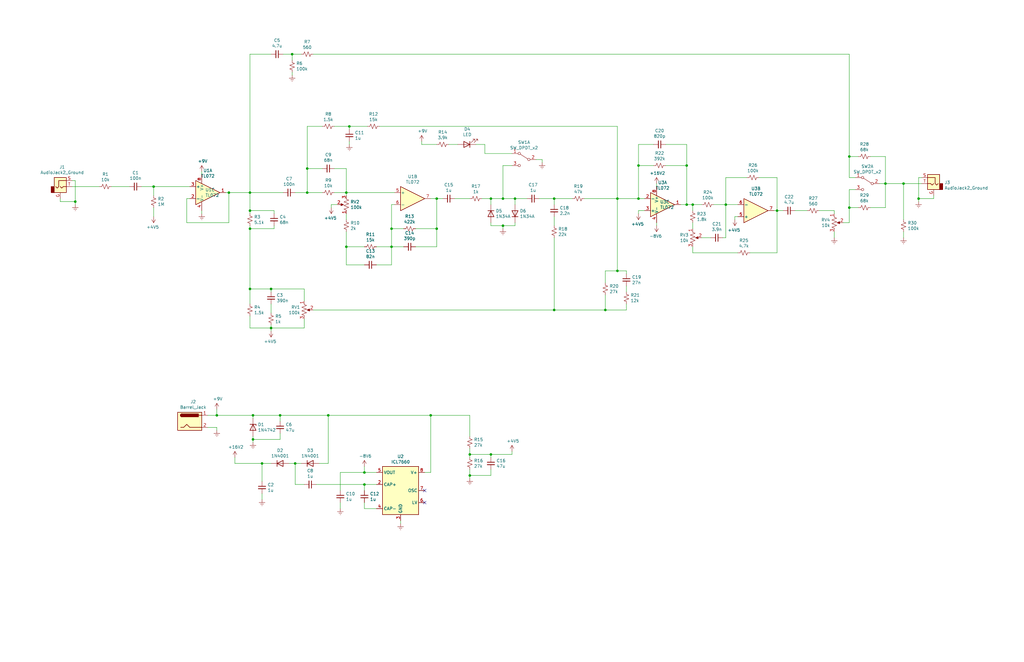
<source format=kicad_sch>
(kicad_sch (version 20211123) (generator eeschema)
  (paper "B")
  (lib_symbols
    (symbol "Amplifier_Operational:TL072" (pin_names (offset 0.127))
      (property "Reference" "U" (at 0 5.08 0))
      (property "Value" "TL072" (at 0 -5.08 0))
      (symbol "TL072_1_1"
        (polyline (pts (xy -5.08 5.08) (xy 5.08 0) (xy -5.08 -5.08) (xy -5.08 5.08)) (stroke (width 0.254)) (fill (type background)))
        (pin output line (at 7.62 0 180) (length 2.54) (name "~") (number "1"))
        (pin input line (at -7.62 -2.54 0) (length 2.54) (name "-") (number "2"))
        (pin input line (at -7.62 2.54 0) (length 2.54) (name "+") (number "3"))
      )
      (symbol "TL072_2_1"
        (polyline (pts (xy -5.08 5.08) (xy 5.08 0) (xy -5.08 -5.08) (xy -5.08 5.08)) (stroke (width 0.254)) (fill (type background)))
        (pin input line (at -7.62 2.54 0) (length 2.54) (name "+") (number "5"))
        (pin input line (at -7.62 -2.54 0) (length 2.54) (name "-") (number "6"))
        (pin output line (at 7.62 0 180) (length 2.54) (name "~") (number "7"))
      )
      (symbol "TL072_3_1"
        (pin power_in line (at -2.54 -7.62 90) (length 3.81) (name "V-") (number "4"))
        (pin power_in line (at -2.54 7.62 270) (length 3.81) (name "V+") (number "8"))
      )
    )
    (symbol "Connector:AudioJack2_Ground"
      (property "Reference" "J" (at 0 8.89 0))
      (property "Value" "AudioJack2_Ground" (at 0 6.35 0))
      (symbol "AudioJack2_Ground_0_1"
        (rectangle (start -2.54 -2.54) (end -3.81 0) (stroke (width 0.254)) (fill (type outline)))
        (polyline (pts (xy 0 0) (xy 0.635 -0.635) (xy 1.27 0) (xy 2.54 0)) (stroke (width 0.254)))
        (polyline (pts (xy 2.54 2.54) (xy -0.635 2.54) (xy -0.635 0) (xy -1.27 -0.635) (xy -1.905 0)) (stroke (width 0.254)))
        (rectangle (start 2.54 3.81) (end -2.54 -2.54) (stroke (width 0.254)) (fill (type background)))
      )
      (symbol "AudioJack2_Ground_1_1"
        (pin passive line (at 0 -5.08 90) (length 2.54) (name "~") (number "G"))
        (pin passive line (at 5.08 2.54 180) (length 2.54) (name "~") (number "S"))
        (pin passive line (at 5.08 0 180) (length 2.54) (name "~") (number "T"))
      )
    )
    (symbol "Connector:Barrel_Jack" (pin_names (offset 1.016))
      (property "Reference" "J" (at 0 5.334 0))
      (property "Value" "Barrel_Jack" (at 0 -5.08 0))
      (symbol "Barrel_Jack_0_1"
        (rectangle (start -5.08 3.81) (end 5.08 -3.81) (stroke (width 0.254)) (fill (type background)))
        (arc (start -3.302 3.175) (mid -3.937 2.54) (end -3.302 1.905) (stroke (width 0.254)))
        (arc (start -3.302 3.175) (mid -3.937 2.54) (end -3.302 1.905) (stroke (width 0.254)) (fill (type outline)))
        (polyline (pts (xy 5.08 2.54) (xy 3.81 2.54)) (stroke (width 0.254)))
        (polyline (pts (xy -3.81 -2.54) (xy -2.54 -2.54) (xy -1.27 -1.27) (xy 0 -2.54) (xy 2.54 -2.54) (xy 5.08 -2.54)) (stroke (width 0.254)))
        (rectangle (start 3.683 3.175) (end -3.302 1.905) (stroke (width 0.254)) (fill (type outline)))
      )
      (symbol "Barrel_Jack_1_1"
        (pin passive line (at 7.62 2.54 180) (length 2.54) (name "~") (number "1"))
        (pin passive line (at 7.62 -2.54 180) (length 2.54) (name "~") (number "2"))
      )
    )
    (symbol "Device:C_Small" (pin_numbers hide) (pin_names (offset 0.254) hide)
      (property "Reference" "C" (at 0.254 1.778 0))
      (property "Value" "C_Small" (at 0.254 -2.032 0))
      (symbol "C_Small_0_1"
        (polyline (pts (xy -1.524 -0.508) (xy 1.524 -0.508)) (stroke (width 0.3302)))
        (polyline (pts (xy -1.524 0.508) (xy 1.524 0.508)) (stroke (width 0.3048)))
      )
      (symbol "C_Small_1_1"
        (pin passive line (at 0 2.54 270) (length 2.032) (name "~") (number "1"))
        (pin passive line (at 0 -2.54 90) (length 2.032) (name "~") (number "2"))
      )
    )
    (symbol "Device:D" (pin_numbers hide) (pin_names (offset 1.016) hide)
      (property "Reference" "D" (at 0 2.54 0))
      (property "Value" "D" (at 0 -2.54 0))
      (symbol "D_0_1"
        (polyline (pts (xy -1.27 1.27) (xy -1.27 -1.27)) (stroke (width 0.254)))
        (polyline (pts (xy 1.27 0) (xy -1.27 0)))
        (polyline (pts (xy 1.27 1.27) (xy 1.27 -1.27) (xy -1.27 0) (xy 1.27 1.27)) (stroke (width 0.254)))
      )
      (symbol "D_1_1"
        (pin passive line (at -3.81 0 0) (length 2.54) (name "K") (number "1"))
        (pin passive line (at 3.81 0 180) (length 2.54) (name "A") (number "2"))
      )
    )
    (symbol "Device:LED" (pin_numbers hide) (pin_names (offset 1.016) hide)
      (property "Reference" "D" (at 0 2.54 0))
      (property "Value" "LED" (at 0 -2.54 0))
      (symbol "LED_0_1"
        (polyline (pts (xy -1.27 -1.27) (xy -1.27 1.27)) (stroke (width 0.254)))
        (polyline (pts (xy -1.27 0) (xy 1.27 0)))
        (polyline (pts (xy 1.27 -1.27) (xy 1.27 1.27) (xy -1.27 0) (xy 1.27 -1.27)) (stroke (width 0.254)))
        (polyline (pts (xy -3.048 -0.762) (xy -4.572 -2.286) (xy -3.81 -2.286) (xy -4.572 -2.286) (xy -4.572 -1.524)))
        (polyline (pts (xy -1.778 -0.762) (xy -3.302 -2.286) (xy -2.54 -2.286) (xy -3.302 -2.286) (xy -3.302 -1.524)))
      )
      (symbol "LED_1_1"
        (pin passive line (at -3.81 0 0) (length 2.54) (name "K") (number "1"))
        (pin passive line (at 3.81 0 180) (length 2.54) (name "A") (number "2"))
      )
    )
    (symbol "Device:R_POT_US" (pin_names (offset 1.016) hide)
      (property "Reference" "RV" (at -4.445 0 90))
      (property "Value" "Device_R_POT_US" (at -2.54 0 90))
      (symbol "R_POT_US_0_1"
        (polyline (pts (xy 0 -2.286) (xy 0 -2.54)))
        (polyline (pts (xy 0 2.54) (xy 0 2.286)))
        (polyline (pts (xy 2.54 0) (xy 1.524 0)))
        (polyline (pts (xy 1.143 0) (xy 2.286 0.508) (xy 2.286 -0.508) (xy 1.143 0)) (fill (type outline)))
        (polyline (pts (xy 0 -0.762) (xy 1.016 -1.143) (xy 0 -1.524) (xy -1.016 -1.905) (xy 0 -2.286)))
        (polyline (pts (xy 0 0.762) (xy 1.016 0.381) (xy 0 0) (xy -1.016 -0.381) (xy 0 -0.762)))
        (polyline (pts (xy 0 2.286) (xy 1.016 1.905) (xy 0 1.524) (xy -1.016 1.143) (xy 0 0.762)))
      )
      (symbol "R_POT_US_1_1"
        (pin passive line (at 0 3.81 270) (length 1.27) (name "1") (number "1"))
        (pin passive line (at 3.81 0 180) (length 1.27) (name "2") (number "2"))
        (pin passive line (at 0 -3.81 90) (length 1.27) (name "3") (number "3"))
      )
    )
    (symbol "Device:R_Small_US" (pin_numbers hide) (pin_names (offset 0.254) hide)
      (property "Reference" "R" (at 0.762 0.508 0))
      (property "Value" "R_Small_US" (at 0.762 -1.016 0))
      (symbol "R_Small_US_1_1"
        (polyline (pts (xy 0 0) (xy 1.016 -0.381) (xy 0 -0.762) (xy -1.016 -1.143) (xy 0 -1.524)))
        (polyline (pts (xy 0 1.524) (xy 1.016 1.143) (xy 0 0.762) (xy -1.016 0.381) (xy 0 0)))
        (pin passive line (at 0 2.54 270) (length 1.016) (name "~") (number "1"))
        (pin passive line (at 0 -2.54 90) (length 1.016) (name "~") (number "2"))
      )
    )
    (symbol "Diode:1N4001" (pin_numbers hide) (pin_names (offset 1.016) hide)
      (property "Reference" "D" (at 0 2.54 0))
      (property "Value" "1N4001" (at 0 -2.54 0))
      (symbol "1N4001_0_1"
        (polyline (pts (xy -1.27 1.27) (xy -1.27 -1.27)) (stroke (width 0.254)))
        (polyline (pts (xy 1.27 0) (xy -1.27 0)))
        (polyline (pts (xy 1.27 1.27) (xy 1.27 -1.27) (xy -1.27 0) (xy 1.27 1.27)) (stroke (width 0.254)))
      )
      (symbol "1N4001_1_1"
        (pin passive line (at -3.81 0 0) (length 2.54) (name "K") (number "1"))
        (pin passive line (at 3.81 0 180) (length 2.54) (name "A") (number "2"))
      )
    )
    (symbol "Diode:1N47xxA" (pin_numbers hide) (pin_names (offset 1.016) hide)
      (property "Reference" "D" (at 0 2.54 0))
      (property "Value" "1N47xxA" (at 0 -2.54 0))
      (symbol "1N47xxA_0_1"
        (polyline (pts (xy 1.27 0) (xy -1.27 0)))
        (polyline (pts (xy -1.27 -1.27) (xy -1.27 1.27) (xy -0.762 1.27)) (stroke (width 0.254)))
        (polyline (pts (xy 1.27 -1.27) (xy 1.27 1.27) (xy -1.27 0) (xy 1.27 -1.27)) (stroke (width 0.254)))
      )
      (symbol "1N47xxA_1_1"
        (pin passive line (at -3.81 0 0) (length 2.54) (name "K") (number "1"))
        (pin passive line (at 3.81 0 180) (length 2.54) (name "A") (number "2"))
      )
    )
    (symbol "Regulator_SwitchedCapacitor:ICL7660"
      (property "Reference" "U" (at -6.35 11.43 0))
      (property "Value" "ICL7660" (at 3.81 11.43 0))
      (symbol "ICL7660_0_1"
        (rectangle (start -7.62 10.16) (end 7.62 -10.16) (stroke (width 0.254)) (fill (type background)))
      )
      (symbol "ICL7660_1_1"
        (pin no_connect line (at -7.62 5.08 0) (length 2.54) hide (name "NC") (number "1"))
        (pin input line (at 10.16 2.54 180) (length 2.54) (name "CAP+") (number "2"))
        (pin power_in line (at 0 -12.7 90) (length 2.54) (name "GND") (number "3"))
        (pin input line (at 10.16 -7.62 180) (length 2.54) (name "CAP-") (number "4"))
        (pin power_out line (at 10.16 7.62 180) (length 2.54) (name "VOUT") (number "5"))
        (pin input line (at -10.16 -5.08 0) (length 2.54) (name "LV") (number "6"))
        (pin input line (at -10.16 0 0) (length 2.54) (name "OSC") (number "7"))
        (pin power_in line (at -10.16 7.62 0) (length 2.54) (name "V+") (number "8"))
      )
    )
    (symbol "Sams_Library:+16V2" (power) (pin_names (offset 0))
      (property "Value" "Sams_Library_+16V2" (at 0 3.556 0))
      (symbol "+16V2_0_1"
        (polyline (pts (xy -0.762 1.27) (xy 0 2.54)))
        (polyline (pts (xy 0 0) (xy 0 2.54)))
        (polyline (pts (xy 0 2.54) (xy 0.762 1.27)))
      )
      (symbol "+16V2_1_1"
        (pin power_in line (at 0 0 90) (length 0) hide (name "+16V2") (number "1"))
      )
    )
    (symbol "Sams_Library:+4V5" (power) (pin_names (offset 0))
      (property "Value" "Sams_Library_+4V5" (at 0 3.556 0))
      (symbol "+4V5_0_1"
        (polyline (pts (xy -0.762 1.27) (xy 0 2.54)))
        (polyline (pts (xy 0 0) (xy 0 2.54)))
        (polyline (pts (xy 0 2.54) (xy 0.762 1.27)))
      )
      (symbol "+4V5_1_1"
        (pin power_in line (at 0 0 90) (length 0) hide (name "+4V5") (number "1"))
      )
    )
    (symbol "Sams_Library:-8V6" (power) (pin_names (offset 0))
      (property "Value" "Sams_Library_-8V6" (at 0 3.556 0))
      (symbol "-8V6_0_1"
        (polyline (pts (xy -0.762 1.27) (xy 0 2.54)))
        (polyline (pts (xy 0 0) (xy 0 2.54)))
        (polyline (pts (xy 0 2.54) (xy 0.762 1.27)))
      )
      (symbol "-8V6_1_1"
        (pin power_in line (at 0 0 90) (length 0) hide (name "-8V6") (number "1"))
      )
    )
    (symbol "Switch:SW_DPDT_x2" (pin_names (offset 0) hide)
      (property "Reference" "SW" (at 0 4.318 0))
      (property "Value" "SW_DPDT_x2" (at 0 -5.08 0))
      (symbol "SW_DPDT_x2_0_0"
        (circle (center -2.032 0) (radius 0.508))
        (circle (center 2.032 -2.54) (radius 0.508))
      )
      (symbol "SW_DPDT_x2_0_1"
        (polyline (pts (xy -1.524 0.254) (xy 1.651 2.286)))
        (circle (center 2.032 2.54) (radius 0.508))
      )
      (symbol "SW_DPDT_x2_1_1"
        (pin passive line (at 5.08 2.54 180) (length 2.54) (name "A") (number "1"))
        (pin passive line (at -5.08 0 0) (length 2.54) (name "B") (number "2"))
        (pin passive line (at 5.08 -2.54 180) (length 2.54) (name "C") (number "3"))
      )
      (symbol "SW_DPDT_x2_2_1"
        (pin passive line (at 5.08 2.54 180) (length 2.54) (name "A") (number "4"))
        (pin passive line (at -5.08 0 0) (length 2.54) (name "B") (number "5"))
        (pin passive line (at 5.08 -2.54 180) (length 2.54) (name "C") (number "6"))
      )
    )
    (symbol "power:+9V" (power) (pin_names (offset 0))
      (property "Value" "+9V" (at 0 3.556 0))
      (symbol "+9V_0_1"
        (polyline (pts (xy -0.762 1.27) (xy 0 2.54)))
        (polyline (pts (xy 0 0) (xy 0 2.54)))
        (polyline (pts (xy 0 2.54) (xy 0.762 1.27)))
      )
      (symbol "+9V_1_1"
        (pin power_in line (at 0 0 90) (length 0) hide (name "+9V") (number "1"))
      )
    )
    (symbol "power:Earth" (power) (pin_names (offset 0))
      (symbol "Earth_0_1"
        (polyline (pts (xy -0.635 -1.905) (xy 0.635 -1.905)))
        (polyline (pts (xy -0.127 -2.54) (xy 0.127 -2.54)))
        (polyline (pts (xy 0 -1.27) (xy 0 0)))
        (polyline (pts (xy 1.27 -1.27) (xy -1.27 -1.27)))
      )
      (symbol "Earth_1_1"
        (pin power_in line (at 0 0 270) (length 0) hide (name "Earth") (number "1"))
      )
    )
  )
  (junction (at 289.56 69.85))
  (junction (at 289.56 86.36))
  (junction (at 110.49 195.58))
  (junction (at 129.54 81.28))
  (junction (at 165.1 104.14))
  (junction (at 212.09 83.82))
  (junction (at 198.12 191.77))
  (junction (at 181.61 175.26))
  (junction (at 233.68 83.82))
  (junction (at 106.68 175.26))
  (junction (at 118.11 175.26))
  (junction (at 129.54 71.12))
  (junction (at 212.09 95.25))
  (junction (at 255.27 130.81))
  (junction (at 91.44 175.26))
  (junction (at 233.68 130.81))
  (junction (at 198.12 200.66))
  (junction (at 96.52 81.28))
  (junction (at 306.07 86.36))
  (junction (at 327.66 88.9))
  (junction (at 105.41 88.9))
  (junction (at 260.35 114.3))
  (junction (at 106.68 185.42))
  (junction (at 105.41 81.28))
  (junction (at 153.67 199.39))
  (junction (at 153.67 204.47))
  (junction (at 165.1 96.52))
  (junction (at 269.24 69.85))
  (junction (at 260.35 83.82))
  (junction (at 64.77 78.74))
  (junction (at 123.19 22.86))
  (junction (at 146.05 81.28))
  (junction (at 146.05 104.14))
  (junction (at 381 77.47))
  (junction (at 138.43 175.26))
  (junction (at 124.46 195.58))
  (junction (at 105.41 96.52))
  (junction (at 147.32 53.34))
  (junction (at 207.01 83.82))
  (junction (at 114.3 121.92))
  (junction (at 269.24 83.82))
  (junction (at 387.35 83.82))
  (junction (at 184.15 83.82))
  (junction (at 373.38 77.47))
  (junction (at 105.41 121.92))
  (junction (at 358.14 66.04))
  (junction (at 217.17 83.82))
  (junction (at 31.75 85.09))
  (junction (at 207.01 191.77))
  (junction (at 292.1 86.36))
  (junction (at 358.14 87.63))
  (junction (at 114.3 138.43))
  (junction (at 184.15 96.52))
  (no_connect (at 179.07 212.09))
  (no_connect (at 179.07 207.01))
  (wire (pts (xy 260.35 114.3) (xy 264.16 114.3)))
  (wire (pts (xy 215.9 191.77) (xy 215.9 190.5)))
  (wire (pts (xy 320.04 74.93) (xy 327.66 74.93)))
  (wire (pts (xy 177.8 60.96) (xy 184.15 60.96)))
  (wire (pts (xy 106.68 184.15) (xy 106.68 185.42)))
  (wire (pts (xy 181.61 175.26) (xy 198.12 175.26)))
  (wire (pts (xy 165.1 104.14) (xy 170.18 104.14)))
  (wire (pts (xy 165.1 104.14) (xy 165.1 96.52)))
  (wire (pts (xy 292.1 88.9) (xy 292.1 86.36)))
  (wire (pts (xy 110.49 203.2) (xy 110.49 195.58)))
  (wire (pts (xy 80.01 83.82) (xy 78.74 83.82)))
  (wire (pts (xy 129.54 71.12) (xy 129.54 53.34)))
  (wire (pts (xy 358.14 66.04) (xy 358.14 74.93)))
  (wire (pts (xy 147.32 54.61) (xy 147.32 53.34)))
  (wire (pts (xy 128.27 138.43) (xy 128.27 134.62)))
  (wire (pts (xy 147.32 53.34) (xy 154.94 53.34)))
  (wire (pts (xy 110.49 195.58) (xy 114.3 195.58)))
  (wire (pts (xy 233.68 91.44) (xy 233.68 95.25)))
  (wire (pts (xy 105.41 121.92) (xy 105.41 128.27)))
  (wire (pts (xy 304.8 100.33) (xy 306.07 100.33)))
  (wire (pts (xy 269.24 60.96) (xy 275.59 60.96)))
  (wire (pts (xy 207.01 83.82) (xy 212.09 83.82)))
  (wire (pts (xy 91.44 181.61) (xy 91.44 180.34)))
  (wire (pts (xy 106.68 185.42) (xy 106.68 186.69)))
  (wire (pts (xy 147.32 59.69) (xy 147.32 60.96)))
  (wire (pts (xy 30.48 78.74) (xy 41.91 78.74)))
  (wire (pts (xy 146.05 111.76) (xy 153.67 111.76)))
  (wire (pts (xy 275.59 69.85) (xy 269.24 69.85)))
  (wire (pts (xy 345.44 88.9) (xy 351.79 88.9)))
  (wire (pts (xy 207.01 198.12) (xy 207.01 200.66)))
  (wire (pts (xy 146.05 81.28) (xy 166.37 81.28)))
  (wire (pts (xy 327.66 106.68) (xy 316.23 106.68)))
  (wire (pts (xy 153.67 204.47) (xy 158.75 204.47)))
  (wire (pts (xy 276.86 93.98) (xy 276.86 95.25)))
  (wire (pts (xy 255.27 124.46) (xy 255.27 130.81)))
  (wire (pts (xy 212.09 69.85) (xy 212.09 83.82)))
  (wire (pts (xy 31.75 76.2) (xy 31.75 85.09)))
  (wire (pts (xy 203.2 83.82) (xy 207.01 83.82)))
  (wire (pts (xy 158.75 104.14) (xy 165.1 104.14)))
  (wire (pts (xy 184.15 104.14) (xy 184.15 96.52)))
  (wire (pts (xy 64.77 78.74) (xy 80.01 78.74)))
  (wire (pts (xy 115.57 88.9) (xy 105.41 88.9)))
  (wire (pts (xy 118.11 185.42) (xy 118.11 182.88)))
  (wire (pts (xy 292.1 96.52) (xy 292.1 93.98)))
  (wire (pts (xy 246.38 83.82) (xy 260.35 83.82)))
  (wire (pts (xy 105.41 133.35) (xy 105.41 138.43)))
  (wire (pts (xy 198.12 191.77) (xy 207.01 191.77)))
  (wire (pts (xy 96.52 81.28) (xy 105.41 81.28)))
  (wire (pts (xy 105.41 95.25) (xy 105.41 96.52)))
  (wire (pts (xy 114.3 128.27) (xy 114.3 132.08)))
  (wire (pts (xy 177.8 59.69) (xy 177.8 60.96)))
  (wire (pts (xy 207.01 191.77) (xy 215.9 191.77)))
  (wire (pts (xy 165.1 111.76) (xy 165.1 104.14)))
  (wire (pts (xy 153.67 212.09) (xy 153.67 214.63)))
  (wire (pts (xy 158.75 199.39) (xy 153.67 199.39)))
  (wire (pts (xy 99.06 195.58) (xy 110.49 195.58)))
  (wire (pts (xy 129.54 81.28) (xy 129.54 71.12)))
  (wire (pts (xy 139.7 86.36) (xy 142.24 86.36)))
  (wire (pts (xy 105.41 121.92) (xy 114.3 121.92)))
  (wire (pts (xy 118.11 175.26) (xy 138.43 175.26)))
  (wire (pts (xy 85.09 88.9) (xy 85.09 90.17)))
  (wire (pts (xy 289.56 60.96) (xy 289.56 69.85)))
  (wire (pts (xy 204.47 64.77) (xy 215.9 64.77)))
  (wire (pts (xy 114.3 138.43) (xy 114.3 137.16)))
  (wire (pts (xy 138.43 175.26) (xy 181.61 175.26)))
  (wire (pts (xy 255.27 119.38) (xy 255.27 114.3)))
  (wire (pts (xy 96.52 81.28) (xy 95.25 81.28)))
  (wire (pts (xy 207.01 93.98) (xy 207.01 95.25)))
  (wire (pts (xy 198.12 189.23) (xy 198.12 191.77)))
  (wire (pts (xy 165.1 96.52) (xy 165.1 86.36)))
  (wire (pts (xy 358.14 74.93) (xy 360.68 74.93)))
  (wire (pts (xy 373.38 77.47) (xy 373.38 87.63)))
  (wire (pts (xy 200.66 60.96) (xy 204.47 60.96)))
  (wire (pts (xy 306.07 100.33) (xy 306.07 86.36)))
  (wire (pts (xy 99.06 193.04) (xy 99.06 195.58)))
  (wire (pts (xy 110.49 208.28) (xy 110.49 210.82)))
  (wire (pts (xy 198.12 198.12) (xy 198.12 200.66)))
  (wire (pts (xy 30.48 76.2) (xy 31.75 76.2)))
  (wire (pts (xy 129.54 81.28) (xy 135.89 81.28)))
  (wire (pts (xy 212.09 95.25) (xy 212.09 96.52)))
  (wire (pts (xy 106.68 175.26) (xy 118.11 175.26)))
  (wire (pts (xy 289.56 69.85) (xy 289.56 86.36)))
  (wire (pts (xy 306.07 74.93) (xy 314.96 74.93)))
  (wire (pts (xy 358.14 80.01) (xy 358.14 87.63)))
  (wire (pts (xy 381 77.47) (xy 381 92.71)))
  (wire (pts (xy 260.35 83.82) (xy 269.24 83.82)))
  (wire (pts (xy 123.19 22.86) (xy 127 22.86)))
  (wire (pts (xy 367.03 87.63) (xy 373.38 87.63)))
  (wire (pts (xy 292.1 104.14) (xy 292.1 106.68)))
  (wire (pts (xy 198.12 175.26) (xy 198.12 184.15)))
  (wire (pts (xy 241.3 83.82) (xy 233.68 83.82)))
  (wire (pts (xy 264.16 114.3) (xy 264.16 115.57)))
  (wire (pts (xy 181.61 199.39) (xy 179.07 199.39)))
  (wire (pts (xy 153.67 214.63) (xy 158.75 214.63)))
  (wire (pts (xy 114.3 138.43) (xy 114.3 139.7)))
  (wire (pts (xy 271.78 88.9) (xy 269.24 88.9)))
  (wire (pts (xy 370.84 77.47) (xy 373.38 77.47)))
  (wire (pts (xy 269.24 69.85) (xy 269.24 83.82)))
  (wire (pts (xy 311.15 91.44) (xy 309.88 91.44)))
  (wire (pts (xy 64.77 87.63) (xy 64.77 91.44)))
  (wire (pts (xy 387.35 83.82) (xy 387.35 85.09)))
  (wire (pts (xy 138.43 195.58) (xy 134.62 195.58)))
  (wire (pts (xy 373.38 66.04) (xy 373.38 77.47)))
  (wire (pts (xy 132.08 130.81) (xy 233.68 130.81)))
  (wire (pts (xy 124.46 204.47) (xy 124.46 195.58)))
  (wire (pts (xy 358.14 22.86) (xy 358.14 66.04)))
  (wire (pts (xy 119.38 22.86) (xy 123.19 22.86)))
  (wire (pts (xy 124.46 195.58) (xy 127 195.58)))
  (wire (pts (xy 393.7 82.55) (xy 393.7 83.82)))
  (wire (pts (xy 175.26 96.52) (xy 184.15 96.52)))
  (wire (pts (xy 280.67 60.96) (xy 289.56 60.96)))
  (wire (pts (xy 207.01 95.25) (xy 212.09 95.25)))
  (wire (pts (xy 143.51 212.09) (xy 143.51 214.63)))
  (wire (pts (xy 255.27 114.3) (xy 260.35 114.3)))
  (wire (pts (xy 153.67 207.01) (xy 153.67 204.47)))
  (wire (pts (xy 215.9 69.85) (xy 212.09 69.85)))
  (wire (pts (xy 78.74 93.98) (xy 96.52 93.98)))
  (wire (pts (xy 269.24 88.9) (xy 269.24 90.17)))
  (wire (pts (xy 212.09 83.82) (xy 217.17 83.82)))
  (wire (pts (xy 106.68 185.42) (xy 118.11 185.42)))
  (wire (pts (xy 114.3 138.43) (xy 128.27 138.43)))
  (wire (pts (xy 85.09 72.39) (xy 85.09 73.66)))
  (wire (pts (xy 146.05 90.17) (xy 146.05 92.71)))
  (wire (pts (xy 292.1 86.36) (xy 295.91 86.36)))
  (wire (pts (xy 105.41 81.28) (xy 105.41 22.86)))
  (wire (pts (xy 212.09 95.25) (xy 217.17 95.25)))
  (wire (pts (xy 181.61 175.26) (xy 181.61 199.39)))
  (wire (pts (xy 165.1 86.36) (xy 166.37 86.36)))
  (wire (pts (xy 233.68 130.81) (xy 255.27 130.81)))
  (wire (pts (xy 129.54 71.12) (xy 135.89 71.12)))
  (wire (pts (xy 306.07 86.36) (xy 306.07 74.93)))
  (wire (pts (xy 168.91 219.71) (xy 168.91 220.98)))
  (wire (pts (xy 264.16 130.81) (xy 264.16 128.27)))
  (wire (pts (xy 327.66 88.9) (xy 330.2 88.9)))
  (wire (pts (xy 189.23 60.96) (xy 193.04 60.96)))
  (wire (pts (xy 198.12 83.82) (xy 191.77 83.82)))
  (wire (pts (xy 128.27 121.92) (xy 128.27 127)))
  (wire (pts (xy 106.68 175.26) (xy 106.68 176.53)))
  (wire (pts (xy 292.1 106.68) (xy 311.15 106.68)))
  (wire (pts (xy 367.03 66.04) (xy 373.38 66.04)))
  (wire (pts (xy 388.62 74.93) (xy 387.35 74.93)))
  (wire (pts (xy 217.17 86.36) (xy 217.17 83.82)))
  (wire (pts (xy 153.67 199.39) (xy 143.51 199.39)))
  (wire (pts (xy 228.6 67.31) (xy 228.6 68.58)))
  (wire (pts (xy 105.41 81.28) (xy 119.38 81.28)))
  (wire (pts (xy 25.4 85.09) (xy 31.75 85.09)))
  (wire (pts (xy 326.39 88.9) (xy 327.66 88.9)))
  (wire (pts (xy 105.41 81.28) (xy 105.41 88.9)))
  (wire (pts (xy 105.41 138.43) (xy 114.3 138.43)))
  (wire (pts (xy 289.56 86.36) (xy 292.1 86.36)))
  (wire (pts (xy 381 97.79) (xy 381 100.33)))
  (wire (pts (xy 138.43 175.26) (xy 138.43 195.58)))
  (wire (pts (xy 114.3 121.92) (xy 114.3 123.19)))
  (wire (pts (xy 233.68 86.36) (xy 233.68 83.82)))
  (wire (pts (xy 158.75 111.76) (xy 165.1 111.76)))
  (wire (pts (xy 146.05 71.12) (xy 146.05 81.28)))
  (wire (pts (xy 105.41 96.52) (xy 115.57 96.52)))
  (wire (pts (xy 96.52 93.98) (xy 96.52 81.28)))
  (wire (pts (xy 175.26 104.14) (xy 184.15 104.14)))
  (wire (pts (xy 118.11 175.26) (xy 118.11 177.8)))
  (wire (pts (xy 146.05 104.14) (xy 153.67 104.14)))
  (wire (pts (xy 280.67 69.85) (xy 289.56 69.85)))
  (wire (pts (xy 64.77 78.74) (xy 64.77 82.55)))
  (wire (pts (xy 115.57 96.52) (xy 115.57 95.25)))
  (wire (pts (xy 91.44 175.26) (xy 91.44 172.72)))
  (wire (pts (xy 146.05 82.55) (xy 146.05 81.28)))
  (wire (pts (xy 260.35 114.3) (xy 260.35 83.82)))
  (wire (pts (xy 217.17 83.82) (xy 222.25 83.82)))
  (wire (pts (xy 207.01 200.66) (xy 198.12 200.66)))
  (wire (pts (xy 387.35 74.93) (xy 387.35 83.82)))
  (wire (pts (xy 373.38 77.47) (xy 381 77.47)))
  (wire (pts (xy 140.97 71.12) (xy 146.05 71.12)))
  (wire (pts (xy 255.27 130.81) (xy 264.16 130.81)))
  (wire (pts (xy 351.79 97.79) (xy 351.79 100.33)))
  (wire (pts (xy 260.35 53.34) (xy 160.02 53.34)))
  (wire (pts (xy 186.69 83.82) (xy 184.15 83.82)))
  (wire (pts (xy 269.24 83.82) (xy 271.78 83.82)))
  (wire (pts (xy 299.72 100.33) (xy 295.91 100.33)))
  (wire (pts (xy 327.66 74.93) (xy 327.66 88.9)))
  (wire (pts (xy 129.54 53.34) (xy 135.89 53.34)))
  (wire (pts (xy 233.68 100.33) (xy 233.68 130.81)))
  (wire (pts (xy 59.69 78.74) (xy 64.77 78.74)))
  (wire (pts (xy 358.14 93.98) (xy 358.14 87.63)))
  (wire (pts (xy 139.7 87.63) (xy 139.7 86.36)))
  (wire (pts (xy 146.05 104.14) (xy 146.05 111.76)))
  (wire (pts (xy 91.44 180.34) (xy 87.63 180.34)))
  (wire (pts (xy 260.35 83.82) (xy 260.35 53.34)))
  (wire (pts (xy 289.56 86.36) (xy 287.02 86.36)))
  (wire (pts (xy 128.27 204.47) (xy 124.46 204.47)))
  (wire (pts (xy 143.51 199.39) (xy 143.51 207.01)))
  (wire (pts (xy 204.47 60.96) (xy 204.47 64.77)))
  (wire (pts (xy 226.06 67.31) (xy 228.6 67.31)))
  (wire (pts (xy 276.86 78.74) (xy 276.86 77.47)))
  (wire (pts (xy 217.17 95.25) (xy 217.17 93.98)))
  (wire (pts (xy 121.92 195.58) (xy 124.46 195.58)))
  (wire (pts (xy 306.07 86.36) (xy 300.99 86.36)))
  (wire (pts (xy 360.68 80.01) (xy 358.14 80.01)))
  (wire (pts (xy 132.08 22.86) (xy 358.14 22.86)))
  (wire (pts (xy 233.68 83.82) (xy 227.33 83.82)))
  (wire (pts (xy 87.63 175.26) (xy 91.44 175.26)))
  (wire (pts (xy 115.57 90.17) (xy 115.57 88.9)))
  (wire (pts (xy 358.14 87.63) (xy 361.95 87.63)))
  (wire (pts (xy 198.12 191.77) (xy 198.12 193.04)))
  (wire (pts (xy 309.88 91.44) (xy 309.88 92.71)))
  (wire (pts (xy 381 77.47) (xy 388.62 77.47)))
  (wire (pts (xy 207.01 191.77) (xy 207.01 193.04)))
  (wire (pts (xy 105.41 22.86) (xy 114.3 22.86)))
  (wire (pts (xy 207.01 86.36) (xy 207.01 83.82)))
  (wire (pts (xy 105.41 88.9) (xy 105.41 90.17)))
  (wire (pts (xy 140.97 53.34) (xy 147.32 53.34)))
  (wire (pts (xy 91.44 175.26) (xy 106.68 175.26)))
  (wire (pts (xy 123.19 31.75) (xy 123.19 30.48)))
  (wire (pts (xy 269.24 69.85) (xy 269.24 60.96)))
  (wire (pts (xy 184.15 83.82) (xy 181.61 83.82)))
  (wire (pts (xy 153.67 199.39) (xy 153.67 196.85)))
  (wire (pts (xy 306.07 86.36) (xy 311.15 86.36)))
  (wire (pts (xy 133.35 204.47) (xy 153.67 204.47)))
  (wire (pts (xy 264.16 120.65) (xy 264.16 123.19)))
  (wire (pts (xy 146.05 97.79) (xy 146.05 104.14)))
  (wire (pts (xy 351.79 88.9) (xy 351.79 90.17)))
  (wire (pts (xy 124.46 81.28) (xy 129.54 81.28)))
  (wire (pts (xy 46.99 78.74) (xy 54.61 78.74)))
  (wire (pts (xy 105.41 96.52) (xy 105.41 121.92)))
  (wire (pts (xy 165.1 96.52) (xy 170.18 96.52)))
  (wire (pts (xy 25.4 83.82) (xy 25.4 85.09)))
  (wire (pts (xy 184.15 96.52) (xy 184.15 83.82)))
  (wire (pts (xy 140.97 81.28) (xy 146.05 81.28)))
  (wire (pts (xy 327.66 88.9) (xy 327.66 106.68)))
  (wire (pts (xy 31.75 85.09) (xy 31.75 86.36)))
  (wire (pts (xy 198.12 200.66) (xy 198.12 201.93)))
  (wire (pts (xy 78.74 83.82) (xy 78.74 93.98)))
  (wire (pts (xy 335.28 88.9) (xy 340.36 88.9)))
  (wire (pts (xy 358.14 66.04) (xy 361.95 66.04)))
  (wire (pts (xy 355.6 93.98) (xy 358.14 93.98)))
  (wire (pts (xy 123.19 25.4) (xy 123.19 22.86)))
  (wire (pts (xy 114.3 121.92) (xy 128.27 121.92)))
  (wire (pts (xy 393.7 83.82) (xy 387.35 83.82)))
  (symbol (lib_id "Device:R_Small_US") (at 44.45 78.74 270) (unit 1)
    (property "Reference" "R1" (at 44.45 73.533 90))
    (property "Value" "10k" (at 44.45 75.8444 90))
    (property "Footprint" "Resistor_THT:R_Axial_DIN0207_L6.3mm_D2.5mm_P15.24mm_Horizontal" (effects hide))
  )
  (symbol (lib_id "Device:C_Small") (at 57.15 78.74 270) (unit 1)
    (property "Reference" "C1" (at 57.15 72.9234 90))
    (property "Value" "100n" (at 57.15 75.2348 90))
    (property "Footprint" "Capacitor_THT:C_Rect_L13.0mm_W5.0mm_P10.00mm_FKS3_FKP3_MKS4" (effects hide))
  )
  (symbol (lib_id "Device:R_Small_US") (at 64.77 85.09 0) (unit 1)
    (property "Reference" "R2" (at 66.4972 83.9216 0) (effects (justify left)))
    (property "Value" "1M" (at 66.4972 86.233 0) (effects (justify left)))
    (property "Footprint" "Resistor_THT:R_Axial_DIN0207_L6.3mm_D2.5mm_P15.24mm_Horizontal" (effects hide))
  )
  (symbol (lib_id "Amplifier_Operational:TL072") (at 87.63 81.28 0) (unit 1)
    (property "Reference" "U1" (at 87.63 71.9582 0))
    (property "Value" "TL072" (at 87.63 74.2696 0))
    (property "Datasheet" "http://www.ti.com/lit/ds/symlink/tl071.pdf" (effects hide))
  )
  (symbol (lib_id "Device:C_Small") (at 115.57 92.71 0) (unit 1)
    (property "Reference" "C4" (at 117.9068 91.5416 0) (effects (justify left)))
    (property "Value" "68n" (at 117.9068 93.853 0) (effects (justify left)))
    (property "Footprint" "Capacitor_THT:C_Axial_L5.1mm_D3.1mm_P15.00mm_Horizontal" (effects hide))
  )
  (symbol (lib_id "Device:R_Small_US") (at 105.41 92.71 0) (unit 1)
    (property "Reference" "R3" (at 107.1372 91.5416 0) (effects (justify left)))
    (property "Value" "5.1k" (at 107.1372 93.853 0) (effects (justify left)))
    (property "Footprint" "Resistor_THT:R_Axial_DIN0207_L6.3mm_D2.5mm_P15.24mm_Horizontal" (effects hide))
  )
  (symbol (lib_id "Device:C_Small") (at 121.92 81.28 270) (unit 1)
    (property "Reference" "C7" (at 121.92 75.4634 90))
    (property "Value" "100n" (at 121.92 77.7748 90))
    (property "Footprint" "Capacitor_THT:C_Rect_L13.0mm_W5.0mm_P10.00mm_FKS3_FKP3_MKS4" (effects hide))
  )
  (symbol (lib_id "Device:R_Small_US") (at 138.43 81.28 270) (unit 1)
    (property "Reference" "R9" (at 138.43 76.073 90))
    (property "Value" "10k" (at 138.43 78.3844 90))
    (property "Footprint" "Resistor_THT:R_Axial_DIN0207_L6.3mm_D2.5mm_P15.24mm_Horizontal" (effects hide))
  )
  (symbol (lib_id "Device:C_Small") (at 138.43 71.12 270) (unit 1)
    (property "Reference" "C9" (at 138.43 65.3034 90))
    (property "Value" "68n" (at 138.43 67.6148 90))
    (property "Footprint" "Capacitor_THT:C_Axial_L5.1mm_D3.1mm_P15.00mm_Horizontal" (effects hide))
  )
  (symbol (lib_id "Amplifier_Operational:TL072") (at 173.99 83.82 0) (unit 2)
    (property "Reference" "U1" (at 173.99 74.4982 0))
    (property "Value" "TL072" (at 173.99 76.8096 0))
    (property "Datasheet" "http://www.ti.com/lit/ds/symlink/tl071.pdf" (effects hide))
  )
  (symbol (lib_id "Device:R_Small_US") (at 172.72 96.52 270) (unit 1)
    (property "Reference" "R13" (at 172.72 91.313 90))
    (property "Value" "422k" (at 172.72 93.6244 90))
    (property "Footprint" "Resistor_THT:R_Axial_DIN0207_L6.3mm_D2.5mm_P15.24mm_Horizontal" (effects hide))
  )
  (symbol (lib_id "Device:R_Small_US") (at 146.05 95.25 0) (unit 1)
    (property "Reference" "R10" (at 147.7772 94.0816 0) (effects (justify left)))
    (property "Value" "2k" (at 147.7772 96.393 0) (effects (justify left)))
    (property "Footprint" "Resistor_THT:R_Axial_DIN0207_L6.3mm_D2.5mm_P15.24mm_Horizontal" (effects hide))
  )
  (symbol (lib_id "Device:R_Small_US") (at 156.21 104.14 270) (unit 1)
    (property "Reference" "R11" (at 156.21 98.933 90))
    (property "Value" "15k" (at 156.21 101.2444 90))
    (property "Footprint" "Resistor_THT:R_Axial_DIN0207_L6.3mm_D2.5mm_P15.24mm_Horizontal" (effects hide))
  )
  (symbol (lib_id "Device:C_Small") (at 156.21 111.76 270) (unit 1)
    (property "Reference" "C13" (at 156.21 105.9434 90))
    (property "Value" "82n" (at 156.21 108.2548 90))
    (property "Footprint" "Capacitor_THT:C_Rect_L10.3mm_W5.0mm_P7.50mm_MKS4" (effects hide))
  )
  (symbol (lib_id "Device:C_Small") (at 172.72 104.14 270) (unit 1)
    (property "Reference" "C14" (at 172.72 98.3234 90))
    (property "Value" "390p" (at 172.72 100.6348 90))
    (property "Footprint" "Capacitor_THT:C_Rect_L10.0mm_W4.0mm_P7.50mm_MKS4" (effects hide))
  )
  (symbol (lib_id "Device:C_Small") (at 189.23 83.82 270) (unit 1)
    (property "Reference" "C15" (at 189.23 78.0034 90))
    (property "Value" "1u" (at 189.23 80.3148 90))
  )
  (symbol (lib_id "Device:R_Small_US") (at 200.66 83.82 270) (unit 1)
    (property "Reference" "R17" (at 200.66 78.613 90))
    (property "Value" "1k" (at 200.66 80.9244 90))
    (property "Footprint" "Resistor_THT:R_Axial_DIN0207_L6.3mm_D2.5mm_P15.24mm_Horizontal" (effects hide))
  )
  (symbol (lib_id "Device:R_Small_US") (at 138.43 53.34 270) (unit 1)
    (property "Reference" "R8" (at 138.43 48.133 90))
    (property "Value" "1.5k" (at 138.43 50.4444 90))
    (property "Footprint" "Resistor_THT:R_Axial_DIN0207_L6.3mm_D2.5mm_P15.24mm_Horizontal" (effects hide))
  )
  (symbol (lib_id "Device:C_Small") (at 147.32 57.15 0) (unit 1)
    (property "Reference" "C11" (at 149.6568 55.9816 0) (effects (justify left)))
    (property "Value" "1u" (at 149.6568 58.293 0) (effects (justify left)))
  )
  (symbol (lib_id "Device:R_Small_US") (at 157.48 53.34 270) (unit 1)
    (property "Reference" "R12" (at 157.48 48.133 90))
    (property "Value" "15k" (at 157.48 50.4444 90))
    (property "Footprint" "Resistor_THT:R_Axial_DIN0207_L6.3mm_D2.5mm_P15.24mm_Horizontal" (effects hide))
  )
  (symbol (lib_id "Switch:SW_DPDT_x2") (at 220.98 67.31 0) (mirror y) (unit 1)
    (property "Reference" "SW1" (at 220.98 60.071 0))
    (property "Value" "SW_DPDT_x2" (at 220.98 62.3824 0))
    (property "Footprint" "Connector_PinHeader_2.54mm:PinHeader_1x06_P2.54mm_Vertical" (effects hide))
  )
  (symbol (lib_id "Device:D") (at 207.01 90.17 270) (unit 1)
    (property "Reference" "D5" (at 209.042 89.0016 90) (effects (justify left)))
    (property "Value" "1N34A" (at 209.042 91.313 90) (effects (justify left)))
    (property "Footprint" "Diode_THT:D_DO-35_SOD27_P10.16mm_Horizontal" (effects hide))
  )
  (symbol (lib_id "Device:D") (at 217.17 90.17 90) (unit 1)
    (property "Reference" "D6" (at 219.202 89.0016 90) (effects (justify right)))
    (property "Value" "1N34A" (at 219.202 91.313 90) (effects (justify right)))
    (property "Footprint" "Diode_THT:D_DO-35_SOD27_P10.16mm_Horizontal" (effects hide))
  )
  (symbol (lib_id "Device:C_Small") (at 224.79 83.82 270) (unit 1)
    (property "Reference" "C17" (at 224.79 78.0034 90))
    (property "Value" "1u" (at 224.79 80.3148 90))
  )
  (symbol (lib_id "Device:C_Small") (at 233.68 88.9 0) (unit 1)
    (property "Reference" "C18" (at 236.0168 87.7316 0) (effects (justify left)))
    (property "Value" "2.2n" (at 236.0168 90.043 0) (effects (justify left)))
    (property "Footprint" "Capacitor_THT:C_Rect_L18.0mm_W7.0mm_P15.00mm_FKS3_FKP3" (effects hide))
  )
  (symbol (lib_id "Device:R_Small_US") (at 233.68 97.79 0) (unit 1)
    (property "Reference" "R18" (at 235.4072 96.6216 0) (effects (justify left)))
    (property "Value" "22k" (at 235.4072 98.933 0) (effects (justify left)))
    (property "Footprint" "Resistor_THT:R_Axial_DIN0207_L6.3mm_D2.5mm_P15.24mm_Horizontal" (effects hide))
  )
  (symbol (lib_id "Device:R_Small_US") (at 105.41 130.81 0) (unit 1)
    (property "Reference" "R4" (at 107.1372 129.6416 0) (effects (justify left)))
    (property "Value" "1.5k" (at 107.1372 131.953 0) (effects (justify left)))
    (property "Footprint" "Resistor_THT:R_Axial_DIN0207_L6.3mm_D2.5mm_P15.24mm_Horizontal" (effects hide))
  )
  (symbol (lib_id "Device:C_Small") (at 114.3 125.73 0) (unit 1)
    (property "Reference" "C3" (at 116.6368 124.5616 0) (effects (justify left)))
    (property "Value" "390n" (at 116.6368 126.873 0) (effects (justify left)))
    (property "Footprint" "Capacitor_THT:C_Axial_L19.0mm_D9.5mm_P25.00mm_Horizontal" (effects hide))
  )
  (symbol (lib_id "Device:R_Small_US") (at 114.3 134.62 0) (unit 1)
    (property "Reference" "R5" (at 116.0272 133.4516 0) (effects (justify left)))
    (property "Value" "1k" (at 116.0272 135.763 0) (effects (justify left)))
    (property "Footprint" "Resistor_THT:R_Axial_DIN0207_L6.3mm_D2.5mm_P15.24mm_Horizontal" (effects hide))
  )
  (symbol (lib_id "Device:R_Small_US") (at 243.84 83.82 270) (unit 1)
    (property "Reference" "R19" (at 243.84 78.613 90))
    (property "Value" "47k" (at 243.84 80.9244 90))
    (property "Footprint" "Resistor_THT:R_Axial_DIN0207_L6.3mm_D2.5mm_P15.24mm_Horizontal" (effects hide))
  )
  (symbol (lib_id "Device:C_Small") (at 264.16 118.11 0) (unit 1)
    (property "Reference" "C19" (at 266.4968 116.9416 0) (effects (justify left)))
    (property "Value" "27n" (at 266.4968 119.253 0) (effects (justify left)))
    (property "Footprint" "Capacitor_THT:C_Rect_L10.3mm_W4.5mm_P7.50mm_MKS4" (effects hide))
  )
  (symbol (lib_id "Device:R_Small_US") (at 255.27 121.92 0) (unit 1)
    (property "Reference" "R20" (at 256.9972 120.7516 0) (effects (justify left)))
    (property "Value" "27k" (at 256.9972 123.063 0) (effects (justify left)))
    (property "Footprint" "Resistor_THT:R_Axial_DIN0207_L6.3mm_D2.5mm_P15.24mm_Horizontal" (effects hide))
  )
  (symbol (lib_id "Device:R_Small_US") (at 264.16 125.73 0) (unit 1)
    (property "Reference" "R21" (at 265.8872 124.5616 0) (effects (justify left)))
    (property "Value" "12k" (at 265.8872 126.873 0) (effects (justify left)))
    (property "Footprint" "Resistor_THT:R_Axial_DIN0207_L6.3mm_D2.5mm_P15.24mm_Horizontal" (effects hide))
  )
  (symbol (lib_id "Device:LED") (at 196.85 60.96 180) (unit 1)
    (property "Reference" "D4" (at 197.0278 54.483 0))
    (property "Value" "LED" (at 197.0278 56.7944 0))
    (property "Footprint" "LED_THT:LED_D5.0mm" (effects hide))
  )
  (symbol (lib_id "Device:R_Small_US") (at 186.69 60.96 270) (unit 1)
    (property "Reference" "R14" (at 186.69 55.753 90))
    (property "Value" "3.9k" (at 186.69 58.0644 90))
    (property "Footprint" "Resistor_THT:R_Axial_DIN0207_L6.3mm_D2.5mm_P15.24mm_Horizontal" (effects hide))
  )
  (symbol (lib_id "Device:R_POT_US") (at 128.27 130.81 0) (unit 1)
    (property "Reference" "RV1" (at 126.5682 129.6416 0) (effects (justify right)))
    (property "Value" "100k" (at 126.5682 131.953 0) (effects (justify right)))
    (property "Footprint" "Connector_PinHeader_2.54mm:PinHeader_1x03_P2.54mm_Vertical" (effects hide))
  )
  (symbol (lib_id "Device:R_POT_US") (at 146.05 86.36 180) (unit 1)
    (property "Reference" "RV2" (at 147.7772 85.1916 0) (effects (justify right)))
    (property "Value" "100k" (at 147.7772 87.503 0) (effects (justify right)))
    (property "Footprint" "Connector_PinHeader_2.54mm:PinHeader_1x03_P2.54mm_Vertical" (effects hide))
  )
  (symbol (lib_id "Amplifier_Operational:TL072") (at 279.4 86.36 0) (mirror x) (unit 1)
    (property "Reference" "U3" (at 279.4 77.0382 0))
    (property "Value" "TL072" (at 279.4 79.3496 0))
    (property "Datasheet" "http://www.ti.com/lit/ds/symlink/tl071.pdf" (effects hide))
  )
  (symbol (lib_id "Device:R_Small_US") (at 278.13 69.85 270) (unit 1)
    (property "Reference" "R22" (at 278.13 64.643 90))
    (property "Value" "392k" (at 278.13 66.9544 90))
    (property "Footprint" "Resistor_THT:R_Axial_DIN0207_L6.3mm_D2.5mm_P15.24mm_Horizontal" (effects hide))
  )
  (symbol (lib_id "Device:C_Small") (at 278.13 60.96 270) (unit 1)
    (property "Reference" "C20" (at 278.13 55.1434 90))
    (property "Value" "820p" (at 278.13 57.4548 90))
    (property "Footprint" "Capacitor_THT:C_Rect_L13.0mm_W4.0mm_P10.00mm_FKS3_FKP3_MKS4" (effects hide))
  )
  (symbol (lib_id "Device:R_Small_US") (at 292.1 91.44 0) (unit 1)
    (property "Reference" "R23" (at 293.8272 90.2716 0) (effects (justify left)))
    (property "Value" "1.8k" (at 293.8272 92.583 0) (effects (justify left)))
    (property "Footprint" "Resistor_THT:R_Axial_DIN0207_L6.3mm_D2.5mm_P15.24mm_Horizontal" (effects hide))
  )
  (symbol (lib_id "Device:R_Small_US") (at 298.45 86.36 270) (unit 1)
    (property "Reference" "R24" (at 298.45 81.153 90))
    (property "Value" "100k" (at 298.45 83.4644 90))
    (property "Footprint" "Resistor_THT:R_Axial_DIN0207_L6.3mm_D2.5mm_P15.24mm_Horizontal" (effects hide))
  )
  (symbol (lib_id "Device:R_POT_US") (at 292.1 100.33 0) (unit 1)
    (property "Reference" "RV3" (at 290.3728 99.1616 0) (effects (justify right)))
    (property "Value" "10k" (at 290.3728 101.473 0) (effects (justify right)))
    (property "Footprint" "Connector_PinHeader_2.54mm:PinHeader_1x03_P2.54mm_Vertical" (effects hide))
  )
  (symbol (lib_id "Device:R_Small_US") (at 313.69 106.68 270) (unit 1)
    (property "Reference" "R25" (at 313.69 101.473 90))
    (property "Value" "4.7k" (at 313.69 103.7844 90))
    (property "Footprint" "Resistor_THT:R_Axial_DIN0207_L6.3mm_D2.5mm_P15.24mm_Horizontal" (effects hide))
  )
  (symbol (lib_id "Device:C_Small") (at 302.26 100.33 270) (unit 1)
    (property "Reference" "C21" (at 302.26 94.5134 90))
    (property "Value" "3.9n" (at 302.26 96.8248 90))
    (property "Footprint" "Capacitor_THT:C_Rect_L16.5mm_W5.0mm_P15.00mm_MKT" (effects hide))
  )
  (symbol (lib_id "Amplifier_Operational:TL072") (at 318.77 88.9 0) (mirror x) (unit 2)
    (property "Reference" "U3" (at 318.77 79.5782 0))
    (property "Value" "TL072" (at 318.77 81.8896 0))
    (property "Datasheet" "http://www.ti.com/lit/ds/symlink/tl071.pdf" (effects hide))
  )
  (symbol (lib_id "Device:R_Small_US") (at 317.5 74.93 270) (unit 1)
    (property "Reference" "R26" (at 317.5 69.723 90))
    (property "Value" "100k" (at 317.5 72.0344 90))
    (property "Footprint" "Resistor_THT:R_Axial_DIN0207_L6.3mm_D2.5mm_P15.24mm_Horizontal" (effects hide))
  )
  (symbol (lib_id "Device:C_Small") (at 332.74 88.9 270) (unit 1)
    (property "Reference" "C22" (at 332.74 83.0834 90))
    (property "Value" "4.7u" (at 332.74 85.3948 90))
    (property "Footprint" "Capacitor_THT:CP_Radial_D5.0mm_P2.00mm" (effects hide))
  )
  (symbol (lib_id "Device:R_Small_US") (at 342.9 88.9 270) (unit 1)
    (property "Reference" "R27" (at 342.9 83.693 90))
    (property "Value" "560" (at 342.9 86.0044 90))
    (property "Footprint" "Resistor_THT:R_Axial_DIN0207_L6.3mm_D2.5mm_P15.24mm_Horizontal" (effects hide))
  )
  (symbol (lib_id "Device:R_POT_US") (at 351.79 93.98 0) (unit 1)
    (property "Reference" "RV4" (at 350.0628 92.8116 0) (effects (justify right)))
    (property "Value" "10k" (at 350.0628 95.123 0) (effects (justify right)))
    (property "Footprint" "Connector_PinHeader_2.54mm:PinHeader_1x03_P2.54mm_Vertical" (effects hide))
  )
  (symbol (lib_id "Switch:SW_DPDT_x2") (at 365.76 77.47 0) (mirror y) (unit 1)
    (property "Reference" "SW2" (at 365.76 70.231 0))
    (property "Value" "SW_DPDT_x2" (at 365.76 72.5424 0))
    (property "Footprint" "Connector_PinHeader_2.54mm:PinHeader_1x06_P2.54mm_Vertical" (effects hide))
  )
  (symbol (lib_id "Device:R_Small_US") (at 364.49 87.63 270) (unit 1)
    (property "Reference" "R29" (at 364.49 82.423 90))
    (property "Value" "68k" (at 364.49 84.7344 90))
    (property "Footprint" "Resistor_THT:R_Axial_DIN0207_L6.3mm_D2.5mm_P15.24mm_Horizontal" (effects hide))
  )
  (symbol (lib_id "Device:R_Small_US") (at 364.49 66.04 270) (unit 1)
    (property "Reference" "R28" (at 364.49 60.833 90))
    (property "Value" "68k" (at 364.49 63.1444 90))
    (property "Footprint" "Resistor_THT:R_Axial_DIN0207_L6.3mm_D2.5mm_P15.24mm_Horizontal" (effects hide))
  )
  (symbol (lib_id "Device:R_Small_US") (at 381 95.25 0) (unit 1)
    (property "Reference" "R30" (at 382.7272 94.0816 0) (effects (justify left)))
    (property "Value" "100k" (at 382.7272 96.393 0) (effects (justify left)))
    (property "Footprint" "Resistor_THT:R_Axial_DIN0207_L6.3mm_D2.5mm_P15.24mm_Horizontal" (effects hide))
  )
  (symbol (lib_id "Device:C_Small") (at 116.84 22.86 270) (unit 1)
    (property "Reference" "C5" (at 116.84 17.0434 90))
    (property "Value" "4.7u" (at 116.84 19.3548 90))
    (property "Footprint" "Capacitor_THT:CP_Radial_D5.0mm_P2.00mm" (effects hide))
  )
  (symbol (lib_id "Device:R_Small_US") (at 123.19 27.94 0) (unit 1)
    (property "Reference" "R6" (at 124.9172 26.7716 0) (effects (justify left)))
    (property "Value" "100k" (at 124.9172 29.083 0) (effects (justify left)))
    (property "Footprint" "Resistor_THT:R_Axial_DIN0207_L6.3mm_D2.5mm_P15.24mm_Horizontal" (effects hide))
  )
  (symbol (lib_id "Device:R_Small_US") (at 129.54 22.86 270) (unit 1)
    (property "Reference" "R7" (at 129.54 17.653 90))
    (property "Value" "560" (at 129.54 19.9644 90))
    (property "Footprint" "Resistor_THT:R_Axial_DIN0207_L6.3mm_D2.5mm_P15.24mm_Horizontal" (effects hide))
  )
  (symbol (lib_id "Connector:AudioJack2_Ground") (at 25.4 78.74 0) (unit 1)
    (property "Reference" "J1" (at 26.2128 70.485 0))
    (property "Value" "AudioJack2_Ground" (at 26.2128 72.7964 0))
    (property "Footprint" "Connector_PinHeader_2.54mm:PinHeader_1x03_P2.54mm_Vertical" (effects hide))
  )
  (symbol (lib_id "Regulator_SwitchedCapacitor:ICL7660") (at 168.91 207.01 0) (mirror y) (unit 1)
    (property "Reference" "U2" (at 168.91 192.6082 0))
    (property "Value" "ICL7660" (at 168.91 194.9196 0))
    (property "Datasheet" "http://datasheets.maximintegrated.com/en/ds/ICL7660-MAX1044.pdf" (effects hide))
  )
  (symbol (lib_id "Connector:Barrel_Jack") (at 80.01 177.8 0) (unit 1)
    (property "Reference" "J2" (at 81.4578 169.545 0))
    (property "Value" "Barrel_Jack" (at 81.4578 171.8564 0))
    (property "Footprint" "Connector_PinHeader_2.54mm:PinHeader_1x02_P2.54mm_Vertical" (effects hide))
  )
  (symbol (lib_id "Diode:1N47xxA") (at 106.68 180.34 270) (unit 1)
    (property "Reference" "D1" (at 108.712 179.1716 90) (effects (justify left)))
    (property "Value" "1N4742" (at 108.712 181.483 90) (effects (justify left)))
    (property "Footprint" "Diode_THT:D_DO-41_SOD81_P10.16mm_Horizontal" (effects hide))
    (property "Datasheet" "https://www.vishay.com/docs/85816/1n4728a.pdf" (effects hide))
  )
  (symbol (lib_id "Device:C_Small") (at 118.11 180.34 0) (unit 1)
    (property "Reference" "C6" (at 120.4468 179.1716 0) (effects (justify left)))
    (property "Value" "47u" (at 120.4468 181.483 0) (effects (justify left)))
    (property "Footprint" "Capacitor_THT:CP_Radial_D8.0mm_P5.00mm" (effects hide))
  )
  (symbol (lib_id "Device:C_Small") (at 153.67 209.55 0) (unit 1)
    (property "Reference" "C12" (at 156.0068 208.3816 0) (effects (justify left)))
    (property "Value" "1u" (at 156.0068 210.693 0) (effects (justify left)))
  )
  (symbol (lib_id "Diode:1N4001") (at 130.81 195.58 0) (unit 1)
    (property "Reference" "D3" (at 130.81 190.0682 0))
    (property "Value" "1N4001" (at 130.81 192.3796 0))
    (property "Footprint" "Diode_THT:D_DO-41_SOD81_P10.16mm_Horizontal" (effects hide))
    (property "Datasheet" "http://www.vishay.com/docs/88503/1n4001.pdf" (effects hide))
  )
  (symbol (lib_id "Diode:1N4001") (at 118.11 195.58 0) (unit 1)
    (property "Reference" "D2" (at 118.11 190.0682 0))
    (property "Value" "1N4001" (at 118.11 192.3796 0))
    (property "Footprint" "Diode_THT:D_DO-41_SOD81_P10.16mm_Horizontal" (effects hide))
    (property "Datasheet" "http://www.vishay.com/docs/88503/1n4001.pdf" (effects hide))
  )
  (symbol (lib_id "Device:C_Small") (at 110.49 205.74 0) (unit 1)
    (property "Reference" "C2" (at 112.8268 204.5716 0) (effects (justify left)))
    (property "Value" "1u" (at 112.8268 206.883 0) (effects (justify left)))
  )
  (symbol (lib_id "Device:C_Small") (at 143.51 209.55 0) (unit 1)
    (property "Reference" "C10" (at 145.8468 208.3816 0) (effects (justify left)))
    (property "Value" "1u" (at 145.8468 210.693 0) (effects (justify left)))
  )
  (symbol (lib_id "Device:R_Small_US") (at 198.12 186.69 0) (unit 1)
    (property "Reference" "R15" (at 199.8472 185.5216 0) (effects (justify left)))
    (property "Value" "27k" (at 199.8472 187.833 0) (effects (justify left)))
    (property "Footprint" "Resistor_THT:R_Axial_DIN0207_L6.3mm_D2.5mm_P15.24mm_Horizontal" (effects hide))
  )
  (symbol (lib_id "Device:R_Small_US") (at 198.12 195.58 0) (unit 1)
    (property "Reference" "R16" (at 199.8472 194.4116 0) (effects (justify left)))
    (property "Value" "27k" (at 199.8472 196.723 0) (effects (justify left)))
    (property "Footprint" "Resistor_THT:R_Axial_DIN0207_L6.3mm_D2.5mm_P15.24mm_Horizontal" (effects hide))
  )
  (symbol (lib_id "Device:C_Small") (at 207.01 195.58 0) (unit 1)
    (property "Reference" "C16" (at 209.3468 194.4116 0) (effects (justify left)))
    (property "Value" "47u" (at 209.3468 196.723 0) (effects (justify left)))
    (property "Footprint" "Capacitor_THT:CP_Radial_D8.0mm_P5.00mm" (effects hide))
  )
  (symbol (lib_id "Device:C_Small") (at 130.81 204.47 270) (unit 1)
    (property "Reference" "C8" (at 130.81 198.6534 90))
    (property "Value" "1u" (at 130.81 200.9648 90))
  )
  (symbol (lib_id "Connector:AudioJack2_Ground") (at 393.7 77.47 0) (mirror y) (unit 1)
    (property "Reference" "J3" (at 398.272 77.0128 0) (effects (justify right)))
    (property "Value" "AudioJack2_Ground" (at 398.272 79.3242 0) (effects (justify right)))
    (property "Footprint" "Connector_PinHeader_2.54mm:PinHeader_1x03_P2.54mm_Vertical" (effects hide))
  )
  (symbol (lib_id "power:Earth") (at 31.75 86.36 0) (unit 1)
    (property "Reference" "#PWR01" (effects hide))
    (property "Value" "Earth" (effects hide))
  )
  (symbol (lib_id "power:Earth") (at 212.09 96.52 0) (unit 1)
    (property "Reference" "#PWR019" (effects hide))
    (property "Value" "Earth" (effects hide))
  )
  (symbol (lib_id "power:Earth") (at 228.6 68.58 0) (unit 1)
    (property "Reference" "#PWR021" (effects hide))
    (property "Value" "Earth" (effects hide))
  )
  (symbol (lib_id "power:Earth") (at 147.32 60.96 0) (unit 1)
    (property "Reference" "#PWR014" (effects hide))
    (property "Value" "Earth" (effects hide))
  )
  (symbol (lib_id "power:Earth") (at 123.19 31.75 0) (unit 1)
    (property "Reference" "#PWR011" (effects hide))
    (property "Value" "Earth" (effects hide))
  )
  (symbol (lib_id "power:Earth") (at 351.79 100.33 0) (unit 1)
    (property "Reference" "#PWR026" (effects hide))
    (property "Value" "Earth" (effects hide))
  )
  (symbol (lib_id "power:Earth") (at 381 100.33 0) (unit 1)
    (property "Reference" "#PWR027" (effects hide))
    (property "Value" "Earth" (effects hide))
  )
  (symbol (lib_id "power:Earth") (at 168.91 220.98 0) (unit 1)
    (property "Reference" "#PWR016" (effects hide))
    (property "Value" "Earth" (effects hide))
  )
  (symbol (lib_id "power:Earth") (at 143.51 214.63 0) (unit 1)
    (property "Reference" "#PWR013" (effects hide))
    (property "Value" "Earth" (effects hide))
  )
  (symbol (lib_id "power:Earth") (at 198.12 201.93 0) (unit 1)
    (property "Reference" "#PWR018" (effects hide))
    (property "Value" "Earth" (effects hide))
  )
  (symbol (lib_id "power:Earth") (at 106.68 186.69 0) (unit 1)
    (property "Reference" "#PWR08" (effects hide))
    (property "Value" "Earth" (effects hide))
  )
  (symbol (lib_id "power:Earth") (at 110.49 210.82 0) (unit 1)
    (property "Reference" "#PWR09" (effects hide))
    (property "Value" "Earth" (effects hide))
  )
  (symbol (lib_id "power:+9V") (at 91.44 172.72 0) (unit 1)
    (property "Reference" "#PWR05" (effects hide))
    (property "Value" "+9V" (at 91.821 168.3258 0))
  )
  (symbol (lib_id "Amplifier_Operational:TL072") (at 87.63 81.28 0) (unit 3)
    (property "Reference" "U1" (at 86.5632 80.1116 0) (effects (justify left)))
    (property "Value" "TL072" (at 86.5632 82.423 0) (effects (justify left)))
    (property "Datasheet" "http://www.ti.com/lit/ds/symlink/tl071.pdf" (effects hide))
  )
  (symbol (lib_id "Amplifier_Operational:TL072") (at 279.4 86.36 0) (unit 3)
    (property "Reference" "U3" (at 278.3332 85.1916 0) (effects (justify left)))
    (property "Value" "TL072" (at 278.3332 87.503 0) (effects (justify left)))
    (property "Datasheet" "http://www.ti.com/lit/ds/symlink/tl071.pdf" (effects hide))
  )
  (symbol (lib_id "power:+9V") (at 85.09 72.39 0) (unit 1)
    (property "Reference" "#PWR03" (effects hide))
    (property "Value" "+9V" (at 85.471 67.9958 0))
  )
  (symbol (lib_id "power:Earth") (at 85.09 90.17 0) (unit 1)
    (property "Reference" "#PWR04" (effects hide))
    (property "Value" "Earth" (effects hide))
  )
  (symbol (lib_id "power:+9V") (at 177.8 59.69 0) (unit 1)
    (property "Reference" "#PWR017" (effects hide))
    (property "Value" "+9V" (at 178.181 55.2958 0))
  )
  (symbol (lib_id "Sams_Library:+4V5") (at 215.9 190.5 0) (unit 1)
    (property "Reference" "#PWR020" (effects hide))
    (property "Value" "+4V5" (at 216.281 186.1058 0))
  )
  (symbol (lib_id "Sams_Library:+4V5") (at 64.77 91.44 180) (unit 1)
    (property "Reference" "#PWR02" (effects hide))
    (property "Value" "+4V5" (at 64.389 95.8342 0))
  )
  (symbol (lib_id "Sams_Library:+4V5") (at 114.3 139.7 180) (unit 1)
    (property "Reference" "#PWR010" (effects hide))
    (property "Value" "+4V5" (at 113.919 144.0942 0))
  )
  (symbol (lib_id "Sams_Library:+4V5") (at 139.7 87.63 180) (unit 1)
    (property "Reference" "#PWR012" (effects hide))
    (property "Value" "+4V5" (at 139.319 92.0242 0))
  )
  (symbol (lib_id "Sams_Library:+4V5") (at 269.24 90.17 180) (unit 1)
    (property "Reference" "#PWR022" (effects hide))
    (property "Value" "+4V5" (at 268.859 94.5642 0))
  )
  (symbol (lib_id "Sams_Library:+4V5") (at 309.88 92.71 180) (unit 1)
    (property "Reference" "#PWR025" (effects hide))
    (property "Value" "+4V5" (at 309.499 97.1042 0))
  )
  (symbol (lib_id "Sams_Library:-8V6") (at 153.67 196.85 0) (unit 1)
    (property "Reference" "#PWR015" (effects hide))
    (property "Value" "-8V6" (at 154.051 192.4558 0))
  )
  (symbol (lib_id "Sams_Library:+16V2") (at 99.06 193.04 0) (unit 1)
    (property "Reference" "#PWR07" (effects hide))
    (property "Value" "+16V2" (at 99.441 188.6458 0))
  )
  (symbol (lib_id "Sams_Library:+16V2") (at 276.86 77.47 0) (unit 1)
    (property "Reference" "#PWR023" (effects hide))
    (property "Value" "+16V2" (at 277.241 73.0758 0))
  )
  (symbol (lib_id "Sams_Library:-8V6") (at 276.86 95.25 180) (unit 1)
    (property "Reference" "#PWR024" (effects hide))
    (property "Value" "-8V6" (at 276.479 99.6442 0))
  )
  (symbol (lib_id "power:Earth") (at 91.44 181.61 0) (unit 1)
    (property "Reference" "#PWR06" (effects hide))
    (property "Value" "Earth" (effects hide))
  )
  (symbol (lib_id "power:Earth") (at 387.35 85.09 0) (unit 1)
    (property "Reference" "#PWR028" (effects hide))
    (property "Value" "Earth" (effects hide))
  )
)
</source>
